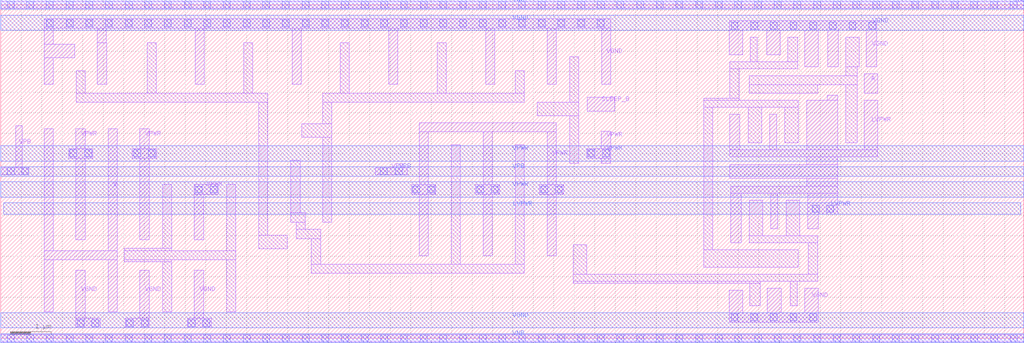
<source format=lef>
# Copyright 2020 The SkyWater PDK Authors
#
# Licensed under the Apache License, Version 2.0 (the "License");
# you may not use this file except in compliance with the License.
# You may obtain a copy of the License at
#
#     https://www.apache.org/licenses/LICENSE-2.0
#
# Unless required by applicable law or agreed to in writing, software
# distributed under the License is distributed on an "AS IS" BASIS,
# WITHOUT WARRANTIES OR CONDITIONS OF ANY KIND, either express or implied.
# See the License for the specific language governing permissions and
# limitations under the License.
#
# SPDX-License-Identifier: Apache-2.0

VERSION 5.5 ;
NAMESCASESENSITIVE ON ;
BUSBITCHARS "[]" ;
DIVIDERCHAR "/" ;
SITE unithvdbl
    SYMMETRY y  ;
    CLASS CORE  ;
    SIZE  0.480 BY 8.140 ;
END unithvdbl
MACRO sky130_fd_sc_hvl__lsbuflv2hv_clkiso_hlkg_3
  CLASS CORE ;
  SOURCE USER ;
  ORIGIN  0.000000  0.000000 ;
  SIZE  24.96000 BY  8.140000 ;
  SYMMETRY X Y ;
  SITE unithvdbl ;
  PIN A
    ANTENNAGATEAREA  0.558000 ;
    DIRECTION INPUT ;
    USE SIGNAL ;
    PORT
      LAYER li1 ;
        RECT 21.070000 5.975000 21.400000 6.455000 ;
    END
  END A
  PIN SLEEP_B
    ANTENNAGATEAREA  0.750000 ;
    DIRECTION INPUT ;
    USE SIGNAL ;
    PORT
      LAYER li1 ;
        RECT 14.315000 5.545000 14.985000 5.875000 ;
    END
  END SLEEP_B
  PIN X
    ANTENNADIFFAREA  2.180000 ;
    DIRECTION OUTPUT ;
    USE SIGNAL ;
    PORT
      LAYER li1 ;
        RECT 1.060000 0.645000 1.280000 1.920000 ;
        RECT 1.060000 1.920000 2.840000 2.140000 ;
        RECT 1.060000 2.140000 1.280000 5.115000 ;
        RECT 2.620000 0.645000 2.840000 1.920000 ;
        RECT 2.620000 2.140000 2.840000 5.115000 ;
    END
  END X
  PIN LVPWR
    DIRECTION INOUT ;
    USE POWER ;
    PORT
      LAYER li1 ;
        RECT 17.785000 4.435000 21.400000 4.605000 ;
        RECT 17.785000 4.605000 18.035000 5.465000 ;
        RECT 17.795000 3.905000 20.420000 4.235000 ;
        RECT 17.815000 2.335000 18.065000 3.535000 ;
        RECT 17.815000 3.535000 20.420000 3.705000 ;
        RECT 18.765000 4.605000 18.935000 5.465000 ;
        RECT 18.795000 2.675000 18.965000 3.535000 ;
        RECT 19.665000 3.705000 20.420000 3.905000 ;
        RECT 19.665000 4.235000 20.420000 4.435000 ;
        RECT 19.665000 4.605000 20.420000 5.805000 ;
        RECT 19.695000 2.675000 19.945000 3.020000 ;
        RECT 19.695000 3.020000 20.420000 3.535000 ;
        RECT 20.170000 5.805000 20.420000 5.935000 ;
        RECT 21.070000 4.605000 21.400000 5.805000 ;
    END
    PORT
      LAYER mcon ;
        RECT 19.800000 3.070000 19.970000 3.240000 ;
        RECT 20.160000 3.070000 20.330000 3.240000 ;
    END
    PORT
      LAYER met1 ;
        RECT 0.070000 3.020000 24.890000 3.305000 ;
    END
  END LVPWR
  PIN VGND
    DIRECTION INOUT ;
    USE GROUND ;
    PORT
      LAYER li1 ;
        RECT  1.060000 6.195000  1.280000 6.850000 ;
        RECT  1.060000 6.850000  1.810000 7.180000 ;
        RECT  1.060000 7.180000  1.280000 7.570000 ;
        RECT  1.060000 7.570000 14.885000 7.800000 ;
        RECT  2.360000 6.195000  2.585000 7.205000 ;
        RECT  2.360000 7.205000  2.580000 7.570000 ;
        RECT  4.750000 6.195000  4.970000 7.570000 ;
        RECT  7.110000 6.195000  7.330000 7.570000 ;
        RECT  9.470000 6.195000  9.690000 7.570000 ;
        RECT 11.830000 6.195000 12.050000 7.570000 ;
        RECT 13.335000 6.195000 13.555000 7.570000 ;
        RECT 14.665000 6.195000 14.885000 7.570000 ;
    END
    PORT
      LAYER li1 ;
        RECT 1.835000 0.255000 2.425000 0.485000 ;
        RECT 1.835000 0.485000 2.065000 1.655000 ;
    END
    PORT
      LAYER li1 ;
        RECT 17.780000 0.395000 19.950000 0.625000 ;
        RECT 17.780000 0.625000 18.110000 1.175000 ;
        RECT 18.710000 0.625000 19.040000 1.225000 ;
        RECT 19.620000 0.625000 19.950000 1.225000 ;
    END
    PORT
      LAYER li1 ;
        RECT 17.780000 6.915000 18.110000 7.515000 ;
        RECT 17.780000 7.515000 21.375000 7.745000 ;
        RECT 18.690000 6.915000 19.020000 7.515000 ;
        RECT 19.620000 6.625000 19.950000 7.515000 ;
        RECT 20.185000 6.625000 20.435000 7.515000 ;
        RECT 21.125000 6.625000 21.375000 7.515000 ;
    END
    PORT
      LAYER li1 ;
        RECT 3.035000 0.255000 3.625000 0.485000 ;
        RECT 3.395000 0.485000 3.625000 1.655000 ;
    END
    PORT
      LAYER li1 ;
        RECT 4.545000 0.255000 5.135000 0.485000 ;
        RECT 4.725000 0.485000 4.955000 1.655000 ;
    END
    PORT
      LAYER mcon ;
        RECT  1.115000 7.600000  1.285000 7.770000 ;
        RECT  1.595000 7.600000  1.765000 7.770000 ;
        RECT  1.865000 0.285000  2.035000 0.455000 ;
        RECT  2.075000 7.600000  2.245000 7.770000 ;
        RECT  2.225000 0.285000  2.395000 0.455000 ;
        RECT  2.555000 7.600000  2.725000 7.770000 ;
        RECT  3.035000 7.600000  3.205000 7.770000 ;
        RECT  3.065000 0.285000  3.235000 0.455000 ;
        RECT  3.425000 0.285000  3.595000 0.455000 ;
        RECT  3.515000 7.600000  3.685000 7.770000 ;
        RECT  3.995000 7.600000  4.165000 7.770000 ;
        RECT  4.475000 7.600000  4.645000 7.770000 ;
        RECT  4.575000 0.285000  4.745000 0.455000 ;
        RECT  4.935000 0.285000  5.105000 0.455000 ;
        RECT  4.955000 7.600000  5.125000 7.770000 ;
        RECT  5.435000 7.600000  5.605000 7.770000 ;
        RECT  5.915000 7.600000  6.085000 7.770000 ;
        RECT  6.395000 7.600000  6.565000 7.770000 ;
        RECT  6.875000 7.600000  7.045000 7.770000 ;
        RECT  7.355000 7.600000  7.525000 7.770000 ;
        RECT  7.835000 7.600000  8.005000 7.770000 ;
        RECT  8.315000 7.600000  8.485000 7.770000 ;
        RECT  8.795000 7.600000  8.965000 7.770000 ;
        RECT  9.275000 7.600000  9.445000 7.770000 ;
        RECT  9.755000 7.600000  9.925000 7.770000 ;
        RECT 10.235000 7.600000 10.405000 7.770000 ;
        RECT 10.715000 7.600000 10.885000 7.770000 ;
        RECT 11.195000 7.600000 11.365000 7.770000 ;
        RECT 11.675000 7.600000 11.845000 7.770000 ;
        RECT 12.155000 7.600000 12.325000 7.770000 ;
        RECT 12.635000 7.600000 12.805000 7.770000 ;
        RECT 13.115000 7.600000 13.285000 7.770000 ;
        RECT 13.590000 7.600000 13.760000 7.770000 ;
        RECT 14.075000 7.600000 14.245000 7.770000 ;
        RECT 14.555000 7.600000 14.725000 7.770000 ;
        RECT 17.820000 0.425000 17.990000 0.595000 ;
        RECT 17.820000 7.545000 17.990000 7.715000 ;
        RECT 18.300000 0.425000 18.470000 0.595000 ;
        RECT 18.300000 7.545000 18.470000 7.715000 ;
        RECT 18.780000 0.425000 18.950000 0.595000 ;
        RECT 18.780000 7.545000 18.950000 7.715000 ;
        RECT 19.260000 0.425000 19.430000 0.595000 ;
        RECT 19.260000 7.545000 19.430000 7.715000 ;
        RECT 19.740000 0.425000 19.910000 0.595000 ;
        RECT 19.740000 7.545000 19.910000 7.715000 ;
        RECT 20.220000 7.545000 20.390000 7.715000 ;
        RECT 20.700000 7.545000 20.870000 7.715000 ;
        RECT 21.180000 7.545000 21.350000 7.715000 ;
    END
    PORT
      LAYER met1 ;
        RECT 0.000000 0.255000 24.960000 0.625000 ;
    END
    PORT
      LAYER met1 ;
        RECT 0.000000 7.515000 24.960000 7.885000 ;
    END
  END VGND
  PIN VNB
    DIRECTION INOUT ;
    USE GROUND ;
    PORT
      LAYER li1 ;
        RECT 0.000000 -0.085000 24.960000 0.085000 ;
    END
    PORT
      LAYER li1 ;
        RECT 0.000000 8.055000 24.960000 8.225000 ;
    END
    PORT
      LAYER mcon ;
        RECT  0.155000 -0.085000  0.325000 0.085000 ;
        RECT  0.155000  8.055000  0.325000 8.225000 ;
        RECT  0.635000 -0.085000  0.805000 0.085000 ;
        RECT  0.635000  8.055000  0.805000 8.225000 ;
        RECT  1.115000 -0.085000  1.285000 0.085000 ;
        RECT  1.115000  8.055000  1.285000 8.225000 ;
        RECT  1.595000 -0.085000  1.765000 0.085000 ;
        RECT  1.595000  8.055000  1.765000 8.225000 ;
        RECT  2.075000 -0.085000  2.245000 0.085000 ;
        RECT  2.075000  8.055000  2.245000 8.225000 ;
        RECT  2.555000 -0.085000  2.725000 0.085000 ;
        RECT  2.555000  8.055000  2.725000 8.225000 ;
        RECT  3.035000 -0.085000  3.205000 0.085000 ;
        RECT  3.035000  8.055000  3.205000 8.225000 ;
        RECT  3.515000 -0.085000  3.685000 0.085000 ;
        RECT  3.515000  8.055000  3.685000 8.225000 ;
        RECT  3.995000 -0.085000  4.165000 0.085000 ;
        RECT  3.995000  8.055000  4.165000 8.225000 ;
        RECT  4.475000 -0.085000  4.645000 0.085000 ;
        RECT  4.475000  8.055000  4.645000 8.225000 ;
        RECT  4.955000 -0.085000  5.125000 0.085000 ;
        RECT  4.955000  8.055000  5.125000 8.225000 ;
        RECT  5.435000 -0.085000  5.605000 0.085000 ;
        RECT  5.435000  8.055000  5.605000 8.225000 ;
        RECT  5.915000 -0.085000  6.085000 0.085000 ;
        RECT  5.915000  8.055000  6.085000 8.225000 ;
        RECT  6.395000 -0.085000  6.565000 0.085000 ;
        RECT  6.395000  8.055000  6.565000 8.225000 ;
        RECT  6.875000 -0.085000  7.045000 0.085000 ;
        RECT  6.875000  8.055000  7.045000 8.225000 ;
        RECT  7.355000 -0.085000  7.525000 0.085000 ;
        RECT  7.355000  8.055000  7.525000 8.225000 ;
        RECT  7.835000 -0.085000  8.005000 0.085000 ;
        RECT  7.835000  8.055000  8.005000 8.225000 ;
        RECT  8.315000 -0.085000  8.485000 0.085000 ;
        RECT  8.315000  8.055000  8.485000 8.225000 ;
        RECT  8.795000 -0.085000  8.965000 0.085000 ;
        RECT  8.795000  8.055000  8.965000 8.225000 ;
        RECT  9.275000 -0.085000  9.445000 0.085000 ;
        RECT  9.275000  8.055000  9.445000 8.225000 ;
        RECT  9.755000 -0.085000  9.925000 0.085000 ;
        RECT  9.755000  8.055000  9.925000 8.225000 ;
        RECT 10.235000 -0.085000 10.405000 0.085000 ;
        RECT 10.235000  8.055000 10.405000 8.225000 ;
        RECT 10.715000 -0.085000 10.885000 0.085000 ;
        RECT 10.715000  8.055000 10.885000 8.225000 ;
        RECT 11.195000 -0.085000 11.365000 0.085000 ;
        RECT 11.195000  8.055000 11.365000 8.225000 ;
        RECT 11.675000 -0.085000 11.845000 0.085000 ;
        RECT 11.675000  8.055000 11.845000 8.225000 ;
        RECT 12.155000 -0.085000 12.325000 0.085000 ;
        RECT 12.155000  8.055000 12.325000 8.225000 ;
        RECT 12.635000 -0.085000 12.805000 0.085000 ;
        RECT 12.635000  8.055000 12.805000 8.225000 ;
        RECT 13.115000 -0.085000 13.285000 0.085000 ;
        RECT 13.115000  8.055000 13.285000 8.225000 ;
        RECT 13.595000 -0.085000 13.765000 0.085000 ;
        RECT 13.595000  8.055000 13.765000 8.225000 ;
        RECT 14.075000 -0.085000 14.245000 0.085000 ;
        RECT 14.075000  8.055000 14.245000 8.225000 ;
        RECT 14.555000 -0.085000 14.725000 0.085000 ;
        RECT 14.555000  8.055000 14.725000 8.225000 ;
        RECT 15.035000 -0.085000 15.205000 0.085000 ;
        RECT 15.035000  8.055000 15.205000 8.225000 ;
        RECT 15.515000 -0.085000 15.685000 0.085000 ;
        RECT 15.515000  8.055000 15.685000 8.225000 ;
        RECT 15.995000 -0.085000 16.165000 0.085000 ;
        RECT 15.995000  8.055000 16.165000 8.225000 ;
        RECT 16.475000 -0.085000 16.645000 0.085000 ;
        RECT 16.475000  8.055000 16.645000 8.225000 ;
        RECT 16.955000 -0.085000 17.125000 0.085000 ;
        RECT 16.955000  8.055000 17.125000 8.225000 ;
        RECT 17.435000 -0.085000 17.605000 0.085000 ;
        RECT 17.435000  8.055000 17.605000 8.225000 ;
        RECT 17.915000 -0.085000 18.085000 0.085000 ;
        RECT 17.915000  8.055000 18.085000 8.225000 ;
        RECT 18.395000 -0.085000 18.565000 0.085000 ;
        RECT 18.395000  8.055000 18.565000 8.225000 ;
        RECT 18.875000 -0.085000 19.045000 0.085000 ;
        RECT 18.875000  8.055000 19.045000 8.225000 ;
        RECT 19.355000 -0.085000 19.525000 0.085000 ;
        RECT 19.355000  8.055000 19.525000 8.225000 ;
        RECT 19.835000 -0.085000 20.005000 0.085000 ;
        RECT 19.835000  8.055000 20.005000 8.225000 ;
        RECT 20.315000 -0.085000 20.485000 0.085000 ;
        RECT 20.315000  8.055000 20.485000 8.225000 ;
        RECT 20.795000 -0.085000 20.965000 0.085000 ;
        RECT 20.795000  8.055000 20.965000 8.225000 ;
        RECT 21.275000 -0.085000 21.445000 0.085000 ;
        RECT 21.275000  8.055000 21.445000 8.225000 ;
        RECT 21.755000 -0.085000 21.925000 0.085000 ;
        RECT 21.755000  8.055000 21.925000 8.225000 ;
        RECT 22.235000 -0.085000 22.405000 0.085000 ;
        RECT 22.235000  8.055000 22.405000 8.225000 ;
        RECT 22.715000 -0.085000 22.885000 0.085000 ;
        RECT 22.715000  8.055000 22.885000 8.225000 ;
        RECT 23.195000 -0.085000 23.365000 0.085000 ;
        RECT 23.195000  8.055000 23.365000 8.225000 ;
        RECT 23.675000 -0.085000 23.845000 0.085000 ;
        RECT 23.675000  8.055000 23.845000 8.225000 ;
        RECT 24.155000 -0.085000 24.325000 0.085000 ;
        RECT 24.155000  8.055000 24.325000 8.225000 ;
        RECT 24.635000 -0.085000 24.805000 0.085000 ;
        RECT 24.635000  8.055000 24.805000 8.225000 ;
    END
    PORT
      LAYER met1 ;
        RECT 0.000000 -0.115000 24.960000 0.115000 ;
    END
    PORT
      LAYER met1 ;
        RECT 0.000000 8.025000 24.960000 8.255000 ;
    END
  END VNB
  PIN VPB
    DIRECTION INOUT ;
    USE POWER ;
    PORT
      LAYER li1 ;
        RECT 0.000000 3.985000 0.685000 4.155000 ;
        RECT 0.360000 4.155000 0.530000 5.180000 ;
    END
    PORT
      LAYER li1 ;
        RECT 9.135000 3.985000 9.925000 4.155000 ;
    END
    PORT
      LAYER mcon ;
        RECT 0.155000 3.985000 0.325000 4.155000 ;
        RECT 0.515000 3.985000 0.685000 4.155000 ;
        RECT 9.265000 3.985000 9.435000 4.155000 ;
        RECT 9.625000 3.985000 9.795000 4.155000 ;
    END
    PORT
      LAYER met1 ;
        RECT 0.000000 3.955000 24.960000 4.185000 ;
    END
  END VPB
  PIN VPWR
    DIRECTION INOUT ;
    USE POWER ;
    PORT
      LAYER li1 ;
        RECT 1.655000 4.395000 2.245000 4.625000 ;
        RECT 1.835000 2.405000 2.065000 4.395000 ;
        RECT 1.835000 4.625000 2.065000 5.115000 ;
    END
    PORT
      LAYER li1 ;
        RECT 10.025000 3.515000 10.615000 3.745000 ;
        RECT 10.210000 2.015000 10.430000 3.515000 ;
        RECT 10.210000 3.745000 10.430000 5.035000 ;
        RECT 10.210000 5.035000 13.550000 5.255000 ;
        RECT 11.585000 3.515000 12.175000 3.745000 ;
        RECT 11.770000 2.015000 11.990000 3.515000 ;
        RECT 11.770000 3.745000 11.990000 5.035000 ;
        RECT 13.145000 3.515000 13.735000 3.745000 ;
        RECT 13.330000 2.015000 13.550000 3.515000 ;
        RECT 13.330000 3.745000 13.550000 5.035000 ;
    END
    PORT
      LAYER li1 ;
        RECT 14.295000 4.395000 14.885000 4.625000 ;
        RECT 14.655000 4.265000 14.885000 4.395000 ;
        RECT 14.655000 4.625000 14.885000 5.055000 ;
    END
    PORT
      LAYER li1 ;
        RECT 3.215000 4.395000 3.805000 4.625000 ;
        RECT 3.395000 2.405000 3.625000 4.395000 ;
        RECT 3.395000 4.625000 3.625000 5.115000 ;
    END
    PORT
      LAYER li1 ;
        RECT 4.725000 2.405000 4.955000 3.515000 ;
        RECT 4.725000 3.515000 5.310000 3.755000 ;
    END
    PORT
      LAYER mcon ;
        RECT  1.685000 4.425000  1.855000 4.595000 ;
        RECT  2.045000 4.425000  2.215000 4.595000 ;
        RECT  3.245000 4.425000  3.415000 4.595000 ;
        RECT  3.605000 4.425000  3.775000 4.595000 ;
        RECT  4.750000 3.545000  4.920000 3.715000 ;
        RECT  5.110000 3.545000  5.280000 3.715000 ;
        RECT 10.055000 3.545000 10.225000 3.715000 ;
        RECT 10.415000 3.545000 10.585000 3.715000 ;
        RECT 11.615000 3.545000 11.785000 3.715000 ;
        RECT 11.975000 3.545000 12.145000 3.715000 ;
        RECT 13.175000 3.545000 13.345000 3.715000 ;
        RECT 13.535000 3.545000 13.705000 3.715000 ;
        RECT 14.325000 4.425000 14.495000 4.595000 ;
        RECT 14.685000 4.425000 14.855000 4.595000 ;
    END
    PORT
      LAYER met1 ;
        RECT 0.000000 3.445000 24.960000 3.815000 ;
    END
    PORT
      LAYER met1 ;
        RECT 0.000000 4.325000 24.960000 4.695000 ;
    END
  END VPWR
  OBS
    LAYER li1 ;
      RECT  1.840000 5.755000  6.520000 5.975000 ;
      RECT  1.840000 5.975000  2.060000 6.525000 ;
      RECT  3.010000 1.865000  4.170000 1.920000 ;
      RECT  3.010000 1.920000  5.730000 2.140000 ;
      RECT  3.010000 2.140000  4.170000 2.195000 ;
      RECT  3.570000 5.975000  3.790000 7.205000 ;
      RECT  3.950000 0.645000  4.170000 1.865000 ;
      RECT  3.950000 2.195000  4.170000 3.755000 ;
      RECT  5.510000 0.645000  5.730000 1.920000 ;
      RECT  5.510000 2.140000  5.730000 3.755000 ;
      RECT  5.930000 5.975000  6.150000 7.205000 ;
      RECT  6.300000 2.185000  6.995000 2.515000 ;
      RECT  6.300000 2.515000  6.520000 5.755000 ;
      RECT  7.075000 2.835000  7.435000 3.065000 ;
      RECT  7.075000 3.065000  7.305000 4.345000 ;
      RECT  7.205000 2.425000  7.805000 2.655000 ;
      RECT  7.205000 2.655000  7.435000 2.835000 ;
      RECT  7.345000 4.905000  8.080000 5.235000 ;
      RECT  7.575000 1.585000 12.770000 1.805000 ;
      RECT  7.575000 1.805000  7.805000 2.425000 ;
      RECT  7.860000 2.835000  8.080000 4.905000 ;
      RECT  7.860000 5.235000  8.080000 5.755000 ;
      RECT  7.860000 5.755000 12.775000 5.975000 ;
      RECT  8.290000 5.975000  8.510000 7.205000 ;
      RECT 10.650000 5.975000 10.870000 7.205000 ;
      RECT 10.990000 1.805000 11.210000 4.725000 ;
      RECT 12.550000 1.805000 12.770000 4.725000 ;
      RECT 12.555000 5.975000 12.775000 6.525000 ;
      RECT 13.090000 5.425000 14.105000 5.755000 ;
      RECT 13.885000 4.265000 14.105000 5.425000 ;
      RECT 13.885000 5.755000 14.105000 6.865000 ;
      RECT 13.965000 1.345000 18.530000 1.395000 ;
      RECT 13.965000 1.395000 19.940000 1.565000 ;
      RECT 13.965000 1.565000 14.295000 2.285000 ;
      RECT 17.160000 1.735000 19.465000 2.165000 ;
      RECT 17.160000 2.165000 17.380000 5.635000 ;
      RECT 17.160000 5.635000 19.465000 5.805000 ;
      RECT 17.160000 5.805000 18.020000 5.855000 ;
      RECT 17.790000 5.855000 18.020000 6.575000 ;
      RECT 17.790000 6.575000 19.450000 6.745000 ;
      RECT 18.235000 4.775000 18.565000 5.635000 ;
      RECT 18.265000 2.335000 19.940000 2.505000 ;
      RECT 18.265000 2.505000 18.595000 3.365000 ;
      RECT 18.265000 5.975000 19.940000 6.185000 ;
      RECT 18.265000 6.185000 20.900000 6.405000 ;
      RECT 18.280000 0.795000 18.530000 1.345000 ;
      RECT 18.290000 6.745000 18.460000 7.345000 ;
      RECT 19.135000 4.775000 19.465000 5.635000 ;
      RECT 19.165000 2.505000 19.495000 3.365000 ;
      RECT 19.200000 6.745000 19.450000 7.345000 ;
      RECT 19.270000 0.795000 19.440000 1.395000 ;
      RECT 19.710000 1.565000 19.940000 2.335000 ;
      RECT 20.615000 4.775000 20.900000 6.185000 ;
      RECT 20.615000 6.405000 20.900000 6.625000 ;
      RECT 20.615000 6.625000 20.945000 7.345000 ;
  END
END sky130_fd_sc_hvl__lsbuflv2hv_clkiso_hlkg_3
END LIBRARY

</source>
